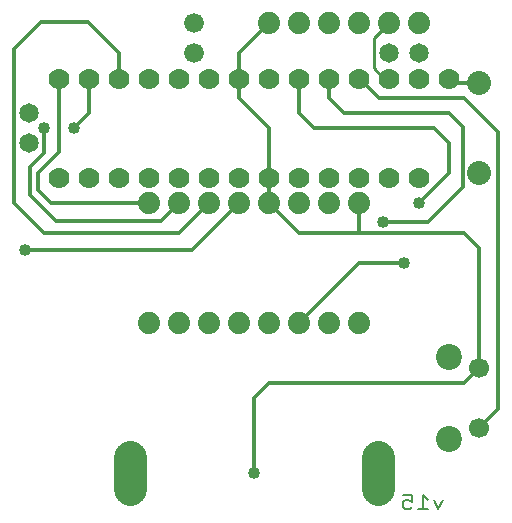
<source format=gbr>
G04 EAGLE Gerber RS-274X export*
G75*
%MOMM*%
%FSLAX34Y34*%
%LPD*%
%INBottom Copper*%
%IPPOS*%
%AMOC8*
5,1,8,0,0,1.08239X$1,22.5*%
G01*
%ADD10C,0.203200*%
%ADD11C,2.032000*%
%ADD12C,1.879600*%
%ADD13C,1.778000*%
%ADD14C,1.651000*%
%ADD15C,1.676400*%
%ADD16C,2.200000*%
%ADD17C,1.700000*%
%ADD18C,2.781300*%
%ADD19C,0.304800*%
%ADD20C,1.016000*%
%ADD21C,0.254000*%


D10*
X376174Y15501D02*
X372107Y7366D01*
X368039Y15501D01*
X363077Y15501D02*
X359009Y19568D01*
X359009Y7366D01*
X354942Y7366D02*
X363077Y7366D01*
X349980Y19568D02*
X341845Y19568D01*
X349980Y19568D02*
X349980Y13467D01*
X345912Y15501D01*
X343878Y15501D01*
X341845Y13467D01*
X341845Y9400D01*
X343878Y7366D01*
X347946Y7366D01*
X349980Y9400D01*
D11*
X406400Y368300D03*
X406400Y292100D03*
D12*
X127000Y165100D03*
X152400Y165100D03*
X177800Y165100D03*
X203200Y165100D03*
X228600Y165100D03*
X254000Y165100D03*
X304800Y165100D03*
X279400Y165100D03*
X304800Y266700D03*
X177800Y266700D03*
X203200Y266700D03*
X228600Y266700D03*
X279400Y266700D03*
X254000Y266700D03*
X152400Y266700D03*
X127000Y266700D03*
X355600Y419100D03*
X330200Y419100D03*
X304800Y419100D03*
X279400Y419100D03*
X254000Y419100D03*
X228600Y419100D03*
D13*
X381000Y372110D03*
X355600Y372110D03*
X330200Y372110D03*
X304800Y372110D03*
X279400Y372110D03*
X254000Y372110D03*
X228600Y372110D03*
X203200Y372110D03*
X177800Y372110D03*
X152400Y372110D03*
X127000Y372110D03*
X101600Y372110D03*
X76200Y372110D03*
X50800Y372110D03*
X50800Y288290D03*
X76200Y288290D03*
X101600Y288290D03*
X127000Y288290D03*
X152400Y288290D03*
X177800Y288290D03*
X203200Y288290D03*
X228600Y288290D03*
X254000Y288290D03*
X279400Y288290D03*
X304800Y288290D03*
X330200Y288290D03*
X355600Y288290D03*
D14*
X330200Y393700D03*
X355600Y393700D03*
X25400Y317500D03*
X25400Y342900D03*
D15*
X165100Y393700D03*
X165100Y419100D03*
D16*
X381400Y66600D03*
X381400Y136600D03*
D17*
X406400Y76600D03*
X406400Y126600D03*
D18*
X320900Y52007D02*
X320900Y24194D01*
X110900Y24194D02*
X110900Y52007D01*
D19*
X254000Y241300D02*
X304800Y241300D01*
X304800Y266700D01*
X393700Y241300D02*
X406400Y228600D01*
X393700Y241300D02*
X304800Y241300D01*
X203200Y393700D02*
X228600Y419100D01*
X228600Y266700D02*
X254000Y241300D01*
X203200Y372110D02*
X203200Y393700D01*
X228600Y288290D02*
X228600Y266700D01*
X228600Y288290D02*
X228600Y330200D01*
X203200Y355600D01*
X203200Y372110D01*
X406400Y228600D02*
X406400Y126600D01*
D20*
X215900Y38100D03*
D19*
X215900Y101600D01*
X228600Y114300D01*
X394100Y114300D01*
X406400Y126600D01*
X406400Y368300D02*
X384810Y368300D01*
X381000Y372110D01*
X381000Y342900D02*
X292100Y342900D01*
X381000Y342900D02*
X392684Y331216D01*
X392684Y279908D01*
X363220Y250444D01*
X325374Y250444D01*
D20*
X325374Y250444D03*
D19*
X279400Y355600D02*
X279400Y372110D01*
X279400Y355600D02*
X292100Y342900D01*
X304800Y215900D02*
X342900Y215900D01*
X304800Y215900D02*
X254000Y165100D01*
D20*
X342900Y215900D03*
D19*
X177800Y266700D02*
X152400Y241300D01*
X38100Y241300D01*
X12700Y266700D01*
X12700Y397002D01*
X35560Y419862D01*
X101600Y393700D02*
X101600Y372110D01*
X101600Y393700D02*
X75438Y419862D01*
X35560Y419862D01*
X44196Y266700D02*
X127000Y266700D01*
X44196Y266700D02*
X32766Y278130D01*
X32766Y292100D01*
X50800Y310134D01*
X50800Y372110D01*
X22352Y226568D02*
X163068Y226568D01*
X203200Y266700D01*
D20*
X22352Y226568D03*
D19*
X266700Y330200D02*
X368300Y330200D01*
X381000Y317500D01*
X381000Y292100D01*
X355600Y266700D01*
D20*
X355600Y266700D03*
D19*
X254000Y342900D02*
X254000Y372110D01*
X254000Y342900D02*
X266700Y330200D01*
X152400Y266700D02*
X136906Y251206D01*
X25908Y273558D02*
X25908Y297180D01*
X38100Y309372D01*
X38100Y330200D01*
X63500Y330200D02*
X76200Y342900D01*
X25908Y273558D02*
X48260Y251206D01*
X136906Y251206D01*
D20*
X38100Y330200D03*
X63500Y330200D03*
D19*
X76200Y342900D02*
X76200Y372110D01*
D21*
X317500Y406400D02*
X330200Y419100D01*
X317500Y406400D02*
X317500Y381000D01*
X326390Y372110D02*
X330200Y372110D01*
X326390Y372110D02*
X317500Y381000D01*
D19*
X321945Y355600D02*
X393700Y355600D01*
X422402Y326898D01*
X422402Y92602D01*
X305435Y372110D02*
X304800Y372110D01*
X305435Y372110D02*
X321945Y355600D01*
X422402Y92602D02*
X406400Y76600D01*
M02*

</source>
